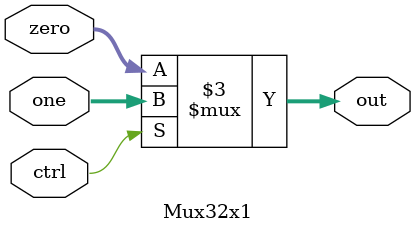
<source format=v>
`timescale 1ns / 1ps


module Mux32x1(
    input [31:0] zero,
    input [31:0] one,
    input ctrl,
    output reg [31:0] out
    );
    always @(*) begin
    if(ctrl)
    out = one;
    else
    out = zero;
    end
endmodule

</source>
